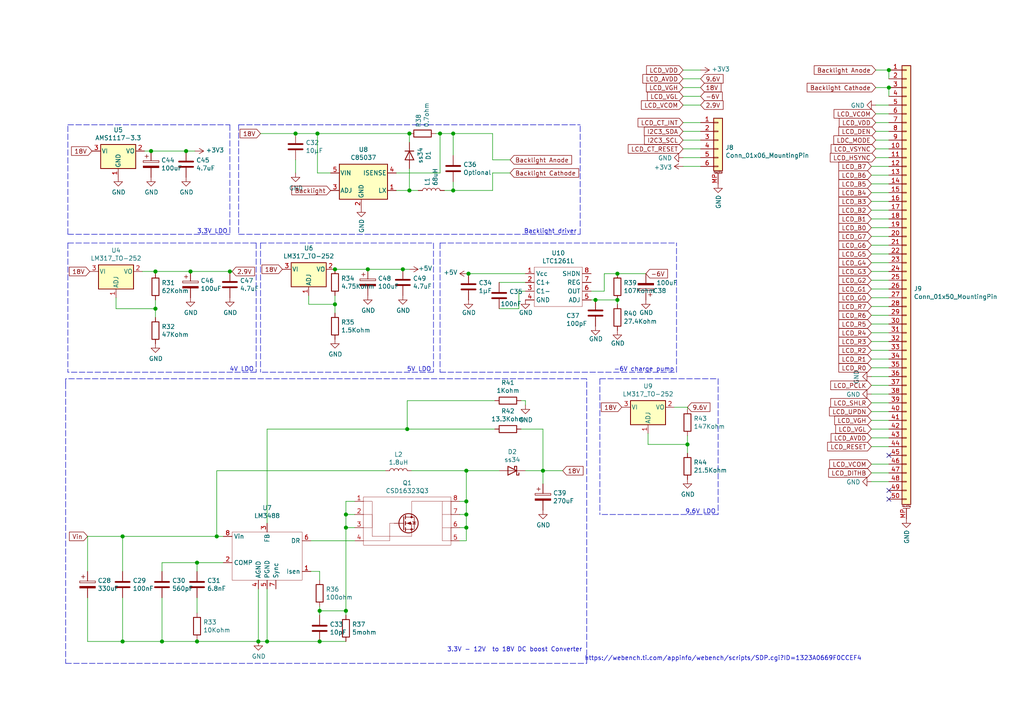
<source format=kicad_sch>
(kicad_sch (version 20210126) (generator eeschema)
  (paper "A4")
  (lib_symbols
    (symbol "01-Global-LIB:CSD16323Q3" (pin_names hide)
      (property "Reference" "Q" (at 0 11.43 0))
      (property "Value" "CSD16323Q3" (at -5.08 8.89 0))
      (symbol "CSD16323Q3_1_1"
        (pin passive line (at -15.24 6.35 0) (length 2.54) (name "S") (number "1"))
        (pin passive line (at 2.54 -5.08 90) (length 2.54) hide (name "S") (number "2"))
        (pin passive line (at 2.54 -5.08 90) (length 2.54) hide (name "S") (number "3"))
        (pin passive line (at -15.24 -5.08 0) (length 2.54) (name "G") (number "4"))
        (pin passive line (at 15.24 6.35 180) (length 2.54) (name "D") (number "8"))
        (pin passive line (at 15.24 2.54 180) (length 2.54) (name "D") (number "7"))
        (pin passive line (at 15.24 -1.27 180) (length 2.54) (name "D") (number "6"))
        (pin passive line (at 15.24 -5.08 180) (length 2.54) (name "D") (number "5"))
        (pin passive line (at -15.24 -1.27 0) (length 2.54) (name "G") (number "3"))
        (pin passive line (at -15.24 2.54 0) (length 2.54) (name "G") (number "2"))
      )
    )
    (symbol "01-Global-LIB:Conn_01x50_MountingPin" (pin_names (offset 1.016) hide)
      (property "Reference" "J" (at 0 50.8 0))
      (property "Value" "Conn_01x50_MountingPin" (at 1.27 -53.34 0))
      (symbol "Conn_01x50_MountingPin_1_1"
        (text "Mounting" (at 0 -78.232 0) (effects (font (size 0.381 0.381))))
        (pin passive line (at 0 -81.915 90) (length 3.048) (name "MountPin") (number "MP"))
        (pin passive line (at -5.08 48.26 0) (length 3.81) (name "Pin_1") (number "1"))
        (pin passive line (at -5.08 25.4 0) (length 3.81) (name "Pin_10") (number "10"))
        (pin passive line (at -5.08 22.86 0) (length 3.81) (name "Pin_11") (number "11"))
        (pin passive line (at -5.08 20.32 0) (length 3.81) (name "Pin_12") (number "12"))
        (pin passive line (at -5.08 17.78 0) (length 3.81) (name "Pin_13") (number "13"))
        (pin passive line (at -5.08 15.24 0) (length 3.81) (name "Pin_14") (number "14"))
        (pin passive line (at -5.08 12.7 0) (length 3.81) (name "Pin_15") (number "15"))
        (pin passive line (at -5.08 10.16 0) (length 3.81) (name "Pin_16") (number "16"))
        (pin passive line (at -5.08 7.62 0) (length 3.81) (name "Pin_17") (number "17"))
        (pin passive line (at -5.08 5.08 0) (length 3.81) (name "Pin_18") (number "18"))
        (pin passive line (at -5.08 2.54 0) (length 3.81) (name "Pin_19") (number "19"))
        (pin passive line (at -5.08 45.72 0) (length 3.81) (name "Pin_2") (number "2"))
        (pin passive line (at -5.08 0 0) (length 3.81) (name "Pin_20") (number "20"))
        (pin passive line (at -5.08 -2.54 0) (length 3.81) (name "Pin_21") (number "21"))
        (pin passive line (at -5.08 -5.08 0) (length 3.81) (name "Pin_22") (number "22"))
        (pin passive line (at -5.08 -7.62 0) (length 3.81) (name "Pin_23") (number "23"))
        (pin passive line (at -5.08 -10.16 0) (length 3.81) (name "Pin_24") (number "24"))
        (pin passive line (at -5.08 -12.7 0) (length 3.81) (name "Pin_25") (number "25"))
        (pin passive line (at -5.08 -15.24 0) (length 3.81) (name "Pin_26") (number "26"))
        (pin passive line (at -5.08 -17.78 0) (length 3.81) (name "Pin_27") (number "27"))
        (pin passive line (at -5.08 -20.32 0) (length 3.81) (name "Pin_28") (number "28"))
        (pin passive line (at -5.08 -22.86 0) (length 3.81) (name "Pin_29") (number "29"))
        (pin passive line (at -5.08 43.18 0) (length 3.81) (name "Pin_3") (number "3"))
        (pin passive line (at -5.08 -25.4 0) (length 3.81) (name "Pin_30") (number "30"))
        (pin passive line (at -5.08 -27.94 0) (length 3.81) (name "Pin_31") (number "31"))
        (pin passive line (at -5.08 -30.48 0) (length 3.81) (name "Pin_32") (number "32"))
        (pin passive line (at -5.08 -33.02 0) (length 3.81) (name "Pin_33") (number "33"))
        (pin passive line (at -5.08 -35.56 0) (length 3.81) (name "Pin_34") (number "34"))
        (pin passive line (at -5.08 -38.1 0) (length 3.81) (name "Pin_35") (number "35"))
        (pin passive line (at -5.08 -40.64 0) (length 3.81) (name "Pin_36") (number "36"))
        (pin passive line (at -5.08 -43.18 0) (length 3.81) (name "Pin_37") (number "37"))
        (pin passive line (at -5.08 -45.72 0) (length 3.81) (name "Pin_38") (number "38"))
        (pin passive line (at -5.08 -48.26 0) (length 3.81) (name "Pin_39") (number "39"))
        (pin passive line (at -5.08 40.64 0) (length 3.81) (name "Pin_4") (number "4"))
        (pin passive line (at -5.08 -50.8 0) (length 3.81) (name "Pin_40") (number "40"))
        (pin passive line (at -5.08 38.1 0) (length 3.81) (name "Pin_5") (number "5"))
        (pin passive line (at -5.08 35.56 0) (length 3.81) (name "Pin_6") (number "6"))
        (pin passive line (at -5.08 33.02 0) (length 3.81) (name "Pin_7") (number "7"))
        (pin passive line (at -5.08 30.48 0) (length 3.81) (name "Pin_8") (number "8"))
        (pin passive line (at -5.08 27.94 0) (length 3.81) (name "Pin_9") (number "9"))
        (pin passive line (at -5.08 -53.34 0) (length 3.81) (name "Pin_41") (number "41"))
        (pin passive line (at -5.08 -55.88 0) (length 3.81) (name "Pin_42") (number "42"))
        (pin passive line (at -5.08 -58.42 0) (length 3.81) (name "Pin_43") (number "43"))
        (pin passive line (at -5.08 -60.96 0) (length 3.81) (name "Pin_44") (number "44"))
        (pin passive line (at -5.08 -63.5 0) (length 3.81) (name "Pin_45") (number "45"))
        (pin passive line (at -5.08 -66.04 0) (length 3.81) (name "Pin_46") (number "46"))
        (pin passive line (at -5.08 -68.58 0) (length 3.81) (name "Pin_47") (number "47"))
        (pin passive line (at -5.08 -71.12 0) (length 3.81) (name "Pin_48") (number "48"))
        (pin passive line (at -5.08 -73.66 0) (length 3.81) (name "Pin_49") (number "49"))
        (pin passive line (at -5.08 -76.2 0) (length 3.81) (name "Pin_50") (number "50"))
      )
    )
    (symbol "01-Global-LIB:LM3488"
      (property "Reference" "U" (at 0 0 0))
      (property "Value" "LM3488" (at 0 2.54 0))
      (symbol "LM3488_1_1"
        (pin input line (at 12.7 -3.81 180) (length 2.54) (name "Isen") (number "1"))
        (pin input line (at -12.7 -1.27 0) (length 2.54) (name "COMP") (number "2"))
        (pin input line (at 0 10.16 270) (length 2.54) (name "FB") (number "3"))
        (pin input line (at -2.54 -8.89 90) (length 2.54) (name "AGND") (number "4"))
        (pin input line (at -12.7 6.35 0) (length 2.54) (name "Vin") (number "8"))
        (pin input line (at 2.54 -8.89 90) (length 2.54) (name "Sync") (number "7"))
        (pin input line (at 12.7 5.08 180) (length 2.54) (name "DR") (number "6"))
        (pin input line (at 0 -8.89 90) (length 2.54) (name "PGND") (number "5"))
      )
    )
    (symbol "01-Global-LIB:LTC1261L"
      (property "Reference" "IC" (at 0 -1.905 0))
      (property "Value" "LTC1261L" (at 0 4.445 0))
      (symbol "LTC1261L_1_1"
        (pin passive line (at 9.525 1.905 180) (length 2.54) (name "SHDN") (number "8"))
        (pin passive line (at 9.525 -0.635 180) (length 2.54) (name "REG") (number "7"))
        (pin passive line (at 9.525 -3.175 180) (length 2.54) (name "OUT") (number "6"))
        (pin passive line (at 9.525 -5.715 180) (length 2.54) (name "ADJ") (number "5"))
        (pin passive line (at -9.525 1.905 0) (length 2.54) (name "Vcc") (number "1"))
        (pin passive line (at -9.525 -0.635 0) (length 2.54) (name "C1+") (number "2"))
        (pin passive line (at -9.525 -3.175 0) (length 2.54) (name "C1-") (number "3"))
        (pin passive line (at -9.525 -5.715 0) (length 2.54) (name "GND") (number "4"))
      )
    )
    (symbol "Connector_Generic_MountingPin:Conn_01x06_MountingPin" (pin_names (offset 1.016) hide)
      (property "Reference" "J" (at 0 7.62 0))
      (property "Value" "Conn_01x06_MountingPin" (at 1.27 -10.16 0))
      (symbol "Conn_01x06_MountingPin_1_1"
        (text "Mounting" (at 0 -9.271 0) (effects (font (size 0.381 0.381))))
        (pin passive line (at 0 -12.7 90) (length 3.048) (name "MountPin") (number "MP"))
        (pin passive line (at -5.08 5.08 0) (length 3.81) (name "Pin_1") (number "1"))
        (pin passive line (at -5.08 2.54 0) (length 3.81) (name "Pin_2") (number "2"))
        (pin passive line (at -5.08 0 0) (length 3.81) (name "Pin_3") (number "3"))
        (pin passive line (at -5.08 -2.54 0) (length 3.81) (name "Pin_4") (number "4"))
        (pin passive line (at -5.08 -5.08 0) (length 3.81) (name "Pin_5") (number "5"))
        (pin passive line (at -5.08 -7.62 0) (length 3.81) (name "Pin_6") (number "6"))
      )
    )
    (symbol "Device:C" (pin_numbers hide) (pin_names (offset 0.254))
      (property "Reference" "C" (at 0.635 2.54 0))
      (property "Value" "C" (at 0.635 -2.54 0))
      (symbol "C_1_1"
        (pin passive line (at 0 3.81 270) (length 2.794) (name "~") (number "1"))
        (pin passive line (at 0 -3.81 90) (length 2.794) (name "~") (number "2"))
      )
    )
    (symbol "Device:CP" (pin_numbers hide) (pin_names (offset 0.254))
      (property "Reference" "C" (at 0.635 2.54 0))
      (property "Value" "CP" (at 0.635 -2.54 0))
      (symbol "CP_1_1"
        (pin passive line (at 0 3.81 270) (length 2.794) (name "~") (number "1"))
        (pin passive line (at 0 -3.81 90) (length 2.794) (name "~") (number "2"))
      )
    )
    (symbol "Device:D" (pin_numbers hide) (pin_names (offset 1.016) hide)
      (property "Reference" "D" (at 0 2.54 0))
      (property "Value" "D" (at 0 -2.54 0))
      (symbol "D_1_1"
        (pin passive line (at -3.81 0 0) (length 2.54) (name "K") (number "1"))
        (pin passive line (at 3.81 0 180) (length 2.54) (name "A") (number "2"))
      )
    )
    (symbol "Device:D_Schottky" (pin_numbers hide) (pin_names (offset 1.016) hide)
      (property "Reference" "D" (at 0 2.54 0))
      (property "Value" "D_Schottky" (at 0 -2.54 0))
      (symbol "D_Schottky_1_1"
        (pin passive line (at -3.81 0 0) (length 2.54) (name "K") (number "1"))
        (pin passive line (at 3.81 0 180) (length 2.54) (name "A") (number "2"))
      )
    )
    (symbol "Device:L" (pin_numbers hide) (pin_names (offset 1.016) hide)
      (property "Reference" "L" (at -1.27 0 90))
      (property "Value" "L" (at 1.905 0 90))
      (symbol "L_1_1"
        (pin passive line (at 0 3.81 270) (length 1.27) (name "1") (number "1"))
        (pin passive line (at 0 -3.81 90) (length 1.27) (name "2") (number "2"))
      )
    )
    (symbol "Device:R" (pin_numbers hide) (pin_names (offset 0))
      (property "Reference" "R" (at 2.032 0 90))
      (property "Value" "R" (at 0 0 90))
      (symbol "R_1_1"
        (pin passive line (at 0 3.81 270) (length 1.27) (name "~") (number "1"))
        (pin passive line (at 0 -3.81 90) (length 1.27) (name "~") (number "2"))
      )
    )
    (symbol "Driver_LED:IS31LT3360" (pin_names (offset 0.254))
      (property "Reference" "U" (at -5.08 8.89 0))
      (property "Value" "IS31LT3360" (at 5.08 8.89 0))
      (symbol "IS31LT3360_1_1"
        (pin open_collector line (at 10.16 0 180) (length 2.54) (name "LX") (number "1"))
        (pin power_in line (at 0 -5.08 90) (length 2.54) (name "GND") (number "2"))
        (pin input line (at -8.89 0 0) (length 2.54) (name "ADJ") (number "3"))
        (pin input line (at 10.16 5.08 180) (length 2.54) (name "ISENSE") (number "4"))
        (pin power_in line (at -8.89 5.08 0) (length 2.54) (name "VIN") (number "5"))
      )
    )
    (symbol "Regulator_Linear:AMS1117-3.3" (pin_names (offset 0.254))
      (property "Reference" "U" (at -3.81 3.175 0))
      (property "Value" "AMS1117-3.3" (at 0 3.175 0))
      (symbol "AMS1117-3.3_1_1"
        (pin power_in line (at 0 -7.62 90) (length 2.54) (name "GND") (number "1"))
        (pin power_out line (at 7.62 0 180) (length 2.54) (name "VO") (number "2"))
        (pin power_in line (at -7.62 0 0) (length 2.54) (name "VI") (number "3"))
      )
    )
    (symbol "Regulator_Linear:LM317_TO-252" (pin_names (offset 0.254))
      (property "Reference" "U" (at -3.81 3.175 0))
      (property "Value" "LM317_TO-252" (at 0 3.175 0))
      (symbol "LM317_TO-252_1_1"
        (pin input line (at 0 -7.62 90) (length 2.54) (name "ADJ") (number "1"))
        (pin power_out line (at 7.62 0 180) (length 2.54) (name "VO") (number "2"))
        (pin power_in line (at -7.62 0 0) (length 2.54) (name "VI") (number "3"))
      )
    )
    (symbol "power:+3V3" (power) (pin_names (offset 0))
      (property "Value" "+3V3" (at 0 3.556 0))
      (symbol "+3V3_1_1"
        (pin power_in line (at 0 0 90) (length 0) hide (name "+3V3") (number "1"))
      )
    )
    (symbol "power:+5V" (power) (pin_names (offset 0))
      (property "Value" "+5V" (at 0 3.556 0))
      (symbol "+5V_1_1"
        (pin power_in line (at 0 0 90) (length 0) hide (name "+5V") (number "1"))
      )
    )
    (symbol "power:GND" (power) (pin_names (offset 0))
      (property "Value" "GND" (at 0 -3.81 0))
      (symbol "GND_1_1"
        (pin power_in line (at 0 0 270) (length 0) hide (name "GND") (number "1"))
      )
    )
  )
  (junction (at 35.56 155.575) (diameter 1.016))
  (junction (at 35.56 186.055) (diameter 1.016))
  (junction (at 43.815 43.815) (diameter 1.016))
  (junction (at 45.085 78.74) (diameter 1.016))
  (junction (at 45.085 89.535) (diameter 1.016))
  (junction (at 46.99 186.055) (diameter 1.016))
  (junction (at 53.975 43.815) (diameter 1.016))
  (junction (at 55.245 78.74) (diameter 1.016))
  (junction (at 57.15 163.195) (diameter 1.016))
  (junction (at 57.15 186.055) (diameter 1.016))
  (junction (at 62.865 155.575) (diameter 1.016))
  (junction (at 66.675 78.74) (diameter 1.016))
  (junction (at 74.93 186.055) (diameter 1.016))
  (junction (at 77.47 186.055) (diameter 1.016))
  (junction (at 85.725 38.735) (diameter 1.016))
  (junction (at 92.075 38.735) (diameter 1.016))
  (junction (at 92.71 177.165) (diameter 1.016))
  (junction (at 92.71 186.055) (diameter 1.016))
  (junction (at 97.155 78.105) (diameter 1.016))
  (junction (at 97.155 88.265) (diameter 1.016))
  (junction (at 100.33 149.225) (diameter 1.016))
  (junction (at 100.33 153.035) (diameter 1.016))
  (junction (at 100.33 177.165) (diameter 1.016))
  (junction (at 106.68 78.105) (diameter 1.016))
  (junction (at 116.84 78.105) (diameter 1.016))
  (junction (at 118.11 124.46) (diameter 1.016))
  (junction (at 118.745 38.735) (diameter 1.016))
  (junction (at 118.745 55.245) (diameter 1.016))
  (junction (at 127.635 38.735) (diameter 1.016))
  (junction (at 131.445 38.735) (diameter 1.016))
  (junction (at 131.445 55.245) (diameter 1.016))
  (junction (at 135.255 136.525) (diameter 1.016))
  (junction (at 135.255 145.415) (diameter 1.016))
  (junction (at 135.255 149.225) (diameter 1.016))
  (junction (at 135.255 153.035) (diameter 1.016))
  (junction (at 135.89 79.375) (diameter 1.016))
  (junction (at 157.48 136.525) (diameter 1.016))
  (junction (at 172.72 86.995) (diameter 1.016))
  (junction (at 179.07 79.375) (diameter 1.016))
  (junction (at 179.07 86.995) (diameter 1.016))
  (junction (at 199.39 128.905) (diameter 1.016))
  (junction (at 257.81 20.32) (diameter 1.016))
  (junction (at 257.81 25.4) (diameter 1.016))
  (no_connect (at 257.81 132.08))
  (no_connect (at 257.81 142.24))
  (no_connect (at 257.81 144.78))
  (wire (pts (xy 25.4 155.575) (xy 25.4 165.735)))
  (wire (pts (xy 25.4 173.355) (xy 25.4 186.055)))
  (wire (pts (xy 25.4 186.055) (xy 35.56 186.055)))
  (wire (pts (xy 33.655 86.36) (xy 33.655 89.535)))
  (wire (pts (xy 33.655 89.535) (xy 45.085 89.535)))
  (wire (pts (xy 35.56 155.575) (xy 25.4 155.575)))
  (wire (pts (xy 35.56 155.575) (xy 35.56 165.735)))
  (wire (pts (xy 35.56 173.355) (xy 35.56 186.055)))
  (wire (pts (xy 35.56 186.055) (xy 46.99 186.055)))
  (wire (pts (xy 41.275 78.74) (xy 45.085 78.74)))
  (wire (pts (xy 41.91 43.815) (xy 43.815 43.815)))
  (wire (pts (xy 43.815 43.815) (xy 53.975 43.815)))
  (wire (pts (xy 45.085 78.74) (xy 55.245 78.74)))
  (wire (pts (xy 45.085 79.375) (xy 45.085 78.74)))
  (wire (pts (xy 45.085 89.535) (xy 45.085 86.995)))
  (wire (pts (xy 45.085 89.535) (xy 45.085 92.075)))
  (wire (pts (xy 46.99 163.195) (xy 46.99 165.735)))
  (wire (pts (xy 46.99 163.195) (xy 57.15 163.195)))
  (wire (pts (xy 46.99 173.355) (xy 46.99 186.055)))
  (wire (pts (xy 46.99 186.055) (xy 57.15 186.055)))
  (wire (pts (xy 53.975 43.815) (xy 56.515 43.815)))
  (wire (pts (xy 55.245 78.74) (xy 66.675 78.74)))
  (wire (pts (xy 57.15 163.195) (xy 57.15 165.735)))
  (wire (pts (xy 57.15 163.195) (xy 64.77 163.195)))
  (wire (pts (xy 57.15 173.355) (xy 57.15 177.8)))
  (wire (pts (xy 57.15 185.42) (xy 57.15 186.055)))
  (wire (pts (xy 57.15 186.055) (xy 74.93 186.055)))
  (wire (pts (xy 62.865 136.525) (xy 62.865 155.575)))
  (wire (pts (xy 62.865 155.575) (xy 35.56 155.575)))
  (wire (pts (xy 64.77 155.575) (xy 62.865 155.575)))
  (wire (pts (xy 66.675 78.74) (xy 67.31 78.74)))
  (wire (pts (xy 74.93 170.815) (xy 74.93 186.055)))
  (wire (pts (xy 74.93 186.055) (xy 77.47 186.055)))
  (wire (pts (xy 75.565 38.735) (xy 85.725 38.735)))
  (wire (pts (xy 77.47 124.46) (xy 77.47 151.765)))
  (wire (pts (xy 77.47 170.815) (xy 77.47 186.055)))
  (wire (pts (xy 77.47 186.055) (xy 92.71 186.055)))
  (wire (pts (xy 85.725 38.735) (xy 92.075 38.735)))
  (wire (pts (xy 85.725 46.355) (xy 85.725 50.165)))
  (wire (pts (xy 89.535 85.725) (xy 89.535 88.265)))
  (wire (pts (xy 89.535 88.265) (xy 97.155 88.265)))
  (wire (pts (xy 90.17 156.845) (xy 102.87 156.845)))
  (wire (pts (xy 90.17 165.735) (xy 92.71 165.735)))
  (wire (pts (xy 92.075 38.735) (xy 118.745 38.735)))
  (wire (pts (xy 92.075 50.165) (xy 92.075 38.735)))
  (wire (pts (xy 92.71 165.735) (xy 92.71 168.275)))
  (wire (pts (xy 92.71 175.895) (xy 92.71 177.165)))
  (wire (pts (xy 92.71 177.165) (xy 92.71 178.435)))
  (wire (pts (xy 92.71 186.055) (xy 100.33 186.055)))
  (wire (pts (xy 95.885 50.165) (xy 92.075 50.165)))
  (wire (pts (xy 97.155 78.105) (xy 106.68 78.105)))
  (wire (pts (xy 97.155 88.265) (xy 97.155 85.725)))
  (wire (pts (xy 97.155 88.265) (xy 97.155 90.805)))
  (wire (pts (xy 100.33 145.415) (xy 102.87 145.415)))
  (wire (pts (xy 100.33 149.225) (xy 100.33 145.415)))
  (wire (pts (xy 100.33 149.225) (xy 102.87 149.225)))
  (wire (pts (xy 100.33 153.035) (xy 100.33 149.225)))
  (wire (pts (xy 100.33 153.035) (xy 102.87 153.035)))
  (wire (pts (xy 100.33 177.165) (xy 92.71 177.165)))
  (wire (pts (xy 100.33 177.165) (xy 100.33 153.035)))
  (wire (pts (xy 100.33 178.435) (xy 100.33 177.165)))
  (wire (pts (xy 106.68 78.105) (xy 116.84 78.105)))
  (wire (pts (xy 111.76 136.525) (xy 62.865 136.525)))
  (wire (pts (xy 114.935 50.165) (xy 127.635 50.165)))
  (wire (pts (xy 114.935 55.245) (xy 118.745 55.245)))
  (wire (pts (xy 116.84 78.105) (xy 118.745 78.105)))
  (wire (pts (xy 118.11 116.205) (xy 118.11 124.46)))
  (wire (pts (xy 118.11 124.46) (xy 77.47 124.46)))
  (wire (pts (xy 118.745 41.275) (xy 118.745 38.735)))
  (wire (pts (xy 118.745 48.895) (xy 118.745 55.245)))
  (wire (pts (xy 118.745 55.245) (xy 121.285 55.245)))
  (wire (pts (xy 119.38 136.525) (xy 135.255 136.525)))
  (wire (pts (xy 127.635 38.735) (xy 126.365 38.735)))
  (wire (pts (xy 127.635 38.735) (xy 127.635 50.165)))
  (wire (pts (xy 128.905 55.245) (xy 131.445 55.245)))
  (wire (pts (xy 131.445 38.735) (xy 127.635 38.735)))
  (wire (pts (xy 131.445 38.735) (xy 131.445 45.085)))
  (wire (pts (xy 131.445 55.245) (xy 131.445 52.705)))
  (wire (pts (xy 131.445 55.245) (xy 142.875 55.245)))
  (wire (pts (xy 133.35 145.415) (xy 135.255 145.415)))
  (wire (pts (xy 133.35 149.225) (xy 135.255 149.225)))
  (wire (pts (xy 133.35 153.035) (xy 135.255 153.035)))
  (wire (pts (xy 135.255 136.525) (xy 135.255 145.415)))
  (wire (pts (xy 135.255 136.525) (xy 144.78 136.525)))
  (wire (pts (xy 135.255 145.415) (xy 135.255 149.225)))
  (wire (pts (xy 135.255 149.225) (xy 135.255 153.035)))
  (wire (pts (xy 135.255 153.035) (xy 135.255 156.845)))
  (wire (pts (xy 135.255 156.845) (xy 133.35 156.845)))
  (wire (pts (xy 135.89 79.375) (xy 152.4 79.375)))
  (wire (pts (xy 142.875 38.735) (xy 131.445 38.735)))
  (wire (pts (xy 142.875 46.355) (xy 142.875 38.735)))
  (wire (pts (xy 142.875 50.165) (xy 147.955 50.165)))
  (wire (pts (xy 142.875 55.245) (xy 142.875 50.165)))
  (wire (pts (xy 143.51 116.205) (xy 118.11 116.205)))
  (wire (pts (xy 143.51 124.46) (xy 118.11 124.46)))
  (wire (pts (xy 144.78 81.915) (xy 152.4 81.915)))
  (wire (pts (xy 147.955 46.355) (xy 142.875 46.355)))
  (wire (pts (xy 150.495 84.455) (xy 150.495 89.535)))
  (wire (pts (xy 150.495 89.535) (xy 144.78 89.535)))
  (wire (pts (xy 151.13 116.205) (xy 152.4 116.205)))
  (wire (pts (xy 151.13 124.46) (xy 157.48 124.46)))
  (wire (pts (xy 152.4 84.455) (xy 150.495 84.455)))
  (wire (pts (xy 152.4 116.205) (xy 152.4 117.475)))
  (wire (pts (xy 152.4 136.525) (xy 157.48 136.525)))
  (wire (pts (xy 157.48 124.46) (xy 157.48 136.525)))
  (wire (pts (xy 157.48 136.525) (xy 157.48 140.335)))
  (wire (pts (xy 157.48 136.525) (xy 163.195 136.525)))
  (wire (pts (xy 171.45 84.455) (xy 175.26 84.455)))
  (wire (pts (xy 171.45 86.995) (xy 172.72 86.995)))
  (wire (pts (xy 172.72 86.995) (xy 179.07 86.995)))
  (wire (pts (xy 175.26 79.375) (xy 179.07 79.375)))
  (wire (pts (xy 175.26 84.455) (xy 175.26 79.375)))
  (wire (pts (xy 179.07 79.375) (xy 187.325 79.375)))
  (wire (pts (xy 179.07 86.995) (xy 179.07 88.265)))
  (wire (pts (xy 187.96 125.73) (xy 187.96 128.905)))
  (wire (pts (xy 187.96 128.905) (xy 199.39 128.905)))
  (wire (pts (xy 195.58 118.11) (xy 199.39 118.11)))
  (wire (pts (xy 198.12 20.32) (xy 203.2 20.32)))
  (wire (pts (xy 198.12 22.86) (xy 203.2 22.86)))
  (wire (pts (xy 198.12 25.4) (xy 203.2 25.4)))
  (wire (pts (xy 198.12 27.94) (xy 203.2 27.94)))
  (wire (pts (xy 198.12 30.48) (xy 203.2 30.48)))
  (wire (pts (xy 198.12 35.56) (xy 203.2 35.56)))
  (wire (pts (xy 198.12 38.1) (xy 203.2 38.1)))
  (wire (pts (xy 198.12 40.64) (xy 203.2 40.64)))
  (wire (pts (xy 198.12 43.18) (xy 203.2 43.18)))
  (wire (pts (xy 198.12 45.72) (xy 203.2 45.72)))
  (wire (pts (xy 198.12 48.26) (xy 203.2 48.26)))
  (wire (pts (xy 199.39 118.745) (xy 199.39 118.11)))
  (wire (pts (xy 199.39 128.905) (xy 199.39 126.365)))
  (wire (pts (xy 199.39 128.905) (xy 199.39 131.445)))
  (wire (pts (xy 252.73 48.26) (xy 257.81 48.26)))
  (wire (pts (xy 252.73 50.8) (xy 257.81 50.8)))
  (wire (pts (xy 252.73 53.34) (xy 257.81 53.34)))
  (wire (pts (xy 252.73 55.88) (xy 257.81 55.88)))
  (wire (pts (xy 252.73 58.42) (xy 257.81 58.42)))
  (wire (pts (xy 252.73 60.96) (xy 257.81 60.96)))
  (wire (pts (xy 252.73 63.5) (xy 257.81 63.5)))
  (wire (pts (xy 252.73 66.04) (xy 257.81 66.04)))
  (wire (pts (xy 252.73 68.58) (xy 257.81 68.58)))
  (wire (pts (xy 252.73 71.12) (xy 257.81 71.12)))
  (wire (pts (xy 252.73 73.66) (xy 257.81 73.66)))
  (wire (pts (xy 252.73 76.2) (xy 257.81 76.2)))
  (wire (pts (xy 252.73 78.74) (xy 257.81 78.74)))
  (wire (pts (xy 252.73 81.28) (xy 257.81 81.28)))
  (wire (pts (xy 252.73 83.82) (xy 257.81 83.82)))
  (wire (pts (xy 252.73 86.36) (xy 257.81 86.36)))
  (wire (pts (xy 252.73 88.9) (xy 257.81 88.9)))
  (wire (pts (xy 252.73 91.44) (xy 257.81 91.44)))
  (wire (pts (xy 252.73 93.98) (xy 257.81 93.98)))
  (wire (pts (xy 252.73 96.52) (xy 257.81 96.52)))
  (wire (pts (xy 252.73 99.06) (xy 257.81 99.06)))
  (wire (pts (xy 252.73 101.6) (xy 257.81 101.6)))
  (wire (pts (xy 252.73 104.14) (xy 257.81 104.14)))
  (wire (pts (xy 252.73 106.68) (xy 257.81 106.68)))
  (wire (pts (xy 252.73 109.22) (xy 257.81 109.22)))
  (wire (pts (xy 252.73 111.76) (xy 257.81 111.76)))
  (wire (pts (xy 252.73 114.3) (xy 257.81 114.3)))
  (wire (pts (xy 252.73 116.84) (xy 257.81 116.84)))
  (wire (pts (xy 252.73 119.38) (xy 257.81 119.38)))
  (wire (pts (xy 252.73 121.92) (xy 257.81 121.92)))
  (wire (pts (xy 252.73 124.46) (xy 257.81 124.46)))
  (wire (pts (xy 252.73 127) (xy 257.81 127)))
  (wire (pts (xy 252.73 129.54) (xy 257.81 129.54)))
  (wire (pts (xy 252.73 134.62) (xy 257.81 134.62)))
  (wire (pts (xy 252.73 137.16) (xy 257.81 137.16)))
  (wire (pts (xy 252.73 139.7) (xy 257.81 139.7)))
  (wire (pts (xy 254 20.32) (xy 257.81 20.32)))
  (wire (pts (xy 254 25.4) (xy 257.81 25.4)))
  (wire (pts (xy 254 30.48) (xy 257.81 30.48)))
  (wire (pts (xy 254 33.02) (xy 257.81 33.02)))
  (wire (pts (xy 254 35.56) (xy 257.81 35.56)))
  (wire (pts (xy 254 38.1) (xy 257.81 38.1)))
  (wire (pts (xy 254 40.64) (xy 257.81 40.64)))
  (wire (pts (xy 254 43.18) (xy 257.81 43.18)))
  (wire (pts (xy 254 45.72) (xy 257.81 45.72)))
  (wire (pts (xy 257.81 20.32) (xy 257.81 22.86)))
  (wire (pts (xy 257.81 25.4) (xy 257.81 27.94)))
  (polyline (pts (xy 19.05 109.855) (xy 19.05 111.125)) (stroke (width 0) (type dash)))
  (polyline (pts (xy 19.05 111.125) (xy 19.05 192.405)) (stroke (width 0) (type dash)))
  (polyline (pts (xy 19.05 192.405) (xy 170.18 192.405)) (stroke (width 0) (type dash)))
  (polyline (pts (xy 19.685 36.195) (xy 66.675 36.195)) (stroke (width 0) (type dash)))
  (polyline (pts (xy 19.685 67.945) (xy 19.685 36.195)) (stroke (width 0) (type dash)))
  (polyline (pts (xy 19.685 67.945) (xy 66.675 67.945)) (stroke (width 0) (type dash)))
  (polyline (pts (xy 19.685 70.485) (xy 19.685 107.95)) (stroke (width 0) (type dash)))
  (polyline (pts (xy 19.685 70.485) (xy 52.07 70.485)) (stroke (width 0) (type dash)))
  (polyline (pts (xy 52.07 70.485) (xy 74.295 70.485)) (stroke (width 0) (type dash)))
  (polyline (pts (xy 52.07 107.95) (xy 19.685 107.95)) (stroke (width 0) (type dash)))
  (polyline (pts (xy 52.07 107.95) (xy 74.295 107.95)) (stroke (width 0) (type dash)))
  (polyline (pts (xy 66.675 36.195) (xy 66.675 67.945)) (stroke (width 0) (type dash)))
  (polyline (pts (xy 69.215 36.195) (xy 69.215 67.945)) (stroke (width 0) (type dash)))
  (polyline (pts (xy 69.215 36.195) (xy 168.275 36.195)) (stroke (width 0) (type dash)))
  (polyline (pts (xy 69.215 67.945) (xy 168.275 67.945)) (stroke (width 0) (type dash)))
  (polyline (pts (xy 74.295 70.485) (xy 74.295 107.95)) (stroke (width 0) (type dash)))
  (polyline (pts (xy 75.565 70.485) (xy 75.565 107.95)) (stroke (width 0) (type dash)))
  (polyline (pts (xy 75.565 70.485) (xy 125.73 70.485)) (stroke (width 0) (type dash)))
  (polyline (pts (xy 125.73 70.485) (xy 125.73 107.95)) (stroke (width 0) (type dash)))
  (polyline (pts (xy 125.73 107.95) (xy 75.565 107.95)) (stroke (width 0) (type dash)))
  (polyline (pts (xy 127.635 70.485) (xy 127.635 107.95)) (stroke (width 0) (type dash)))
  (polyline (pts (xy 127.635 70.485) (xy 196.215 70.485)) (stroke (width 0) (type dash)))
  (polyline (pts (xy 127.635 107.95) (xy 196.215 107.95)) (stroke (width 0) (type dash)))
  (polyline (pts (xy 168.275 67.945) (xy 168.275 36.195)) (stroke (width 0) (type dash)))
  (polyline (pts (xy 170.18 109.855) (xy 19.05 109.855)) (stroke (width 0) (type dash)))
  (polyline (pts (xy 170.18 192.405) (xy 170.18 109.855)) (stroke (width 0) (type dash)))
  (polyline (pts (xy 173.99 109.855) (xy 173.99 149.225)) (stroke (width 0) (type dash)))
  (polyline (pts (xy 173.99 109.855) (xy 208.28 109.855)) (stroke (width 0) (type dash)))
  (polyline (pts (xy 196.215 107.95) (xy 196.215 70.485)) (stroke (width 0) (type dash)))
  (polyline (pts (xy 208.28 109.855) (xy 208.28 149.225)) (stroke (width 0) (type dash)))
  (polyline (pts (xy 208.28 149.225) (xy 173.99 149.225)) (stroke (width 0) (type dash)))
  (text "3.3V LDO\n" (at 66.04 67.945 180) (effects (font (size 1.27 1.27)) (justify right bottom)))
  (text "4V LDO\n" (at 73.66 107.95 180) (effects (font (size 1.27 1.27)) (justify right bottom)))
  (text "5V LDO\n" (at 125.095 107.95 180) (effects (font (size 1.27 1.27)) (justify right bottom)))
  (text "Backlight driver \n" (at 168.275 67.945 180) (effects (font (size 1.27 1.27)) (justify right bottom)))
  (text "3.3V - 12V  to 18V DC boost Converter\n" (at 168.91 189.23 180) (effects (font (size 1.27 1.27)) (justify right bottom)))
  (text "https://webench.ti.com/appinfo/webench/scripts/SDP.cgi?ID=1323A0669F0CCEF4" (at 169.545 191.77 0) (effects (font (size 1.27 1.27)) (justify left bottom)))
  (text "-6V charge pump\n" (at 195.58 107.95 180) (effects (font (size 1.27 1.27)) (justify right bottom)))
  (text "9.6V LDO\n" (at 207.645 149.225 180) (effects (font (size 1.27 1.27)) (justify right bottom)))
  (global_label "Vin" (shape input) (at 25.4 155.575 180) (property "Intersheet References" "${INTERSHEET_REFS}" (effects hide)))
  (global_label "18V" (shape input) (at 26.035 78.74 180) (property "Intersheet References" "${INTERSHEET_REFS}" (effects hide)))
  (global_label "18V" (shape input) (at 26.67 43.815 180) (property "Intersheet References" "${INTERSHEET_REFS}" (effects hide)))
  (global_label "2.9V" (shape input) (at 67.31 78.74 0) (property "Intersheet References" "${INTERSHEET_REFS}" (effects hide)))
  (global_label "18V" (shape input) (at 75.565 38.735 180) (property "Intersheet References" "${INTERSHEET_REFS}" (effects hide)))
  (global_label "18V" (shape input) (at 81.915 78.105 180) (property "Intersheet References" "${INTERSHEET_REFS}" (effects hide)))
  (global_label "Backlight" (shape input) (at 95.885 55.245 180) (property "Intersheet References" "${INTERSHEET_REFS}" (effects hide)))
  (global_label "Backlight Anode" (shape input) (at 147.955 46.355 0) (property "Intersheet References" "${INTERSHEET_REFS}" (effects hide)))
  (global_label "Backlight Cathode" (shape input) (at 147.955 50.165 0) (property "Intersheet References" "${INTERSHEET_REFS}" (effects hide)))
  (global_label "18V" (shape input) (at 163.195 136.525 0) (property "Intersheet References" "${INTERSHEET_REFS}" (effects hide)))
  (global_label "18V" (shape input) (at 180.34 118.11 180) (property "Intersheet References" "${INTERSHEET_REFS}" (effects hide)))
  (global_label "-6V" (shape input) (at 187.325 79.375 0) (property "Intersheet References" "${INTERSHEET_REFS}" (effects hide)))
  (global_label "LCD_VDD" (shape input) (at 198.12 20.32 180) (property "Intersheet References" "${INTERSHEET_REFS}" (effects hide)))
  (global_label "LCD_AVDD" (shape input) (at 198.12 22.86 180) (property "Intersheet References" "${INTERSHEET_REFS}" (effects hide)))
  (global_label "LCD_VGH" (shape input) (at 198.12 25.4 180) (property "Intersheet References" "${INTERSHEET_REFS}" (effects hide)))
  (global_label "LCD_VGL" (shape input) (at 198.12 27.94 180) (property "Intersheet References" "${INTERSHEET_REFS}" (effects hide)))
  (global_label "LCD_VCOM" (shape input) (at 198.12 30.48 180) (property "Intersheet References" "${INTERSHEET_REFS}" (effects hide)))
  (global_label "LCD_CT_INT" (shape input) (at 198.12 35.56 180) (property "Intersheet References" "${INTERSHEET_REFS}" (effects hide)))
  (global_label "I2C3_SDA" (shape input) (at 198.12 38.1 180) (property "Intersheet References" "${INTERSHEET_REFS}" (effects hide)))
  (global_label "I2C3_SCL" (shape input) (at 198.12 40.64 180) (property "Intersheet References" "${INTERSHEET_REFS}" (effects hide)))
  (global_label "LCD_CT_RESET" (shape input) (at 198.12 43.18 180) (property "Intersheet References" "${INTERSHEET_REFS}" (effects hide)))
  (global_label "9.6V" (shape input) (at 199.39 118.11 0) (property "Intersheet References" "${INTERSHEET_REFS}" (effects hide)))
  (global_label "9.6V" (shape input) (at 203.2 22.86 0) (property "Intersheet References" "${INTERSHEET_REFS}" (effects hide)))
  (global_label "18V" (shape input) (at 203.2 25.4 0) (property "Intersheet References" "${INTERSHEET_REFS}" (effects hide)))
  (global_label "-6V" (shape input) (at 203.2 27.94 0) (property "Intersheet References" "${INTERSHEET_REFS}" (effects hide)))
  (global_label "2.9V" (shape input) (at 203.2 30.48 0) (property "Intersheet References" "${INTERSHEET_REFS}" (effects hide)))
  (global_label "LCD_B7" (shape input) (at 252.73 48.26 180) (property "Intersheet References" "${INTERSHEET_REFS}" (effects hide)))
  (global_label "LCD_B6" (shape input) (at 252.73 50.8 180) (property "Intersheet References" "${INTERSHEET_REFS}" (effects hide)))
  (global_label "LCD_B5" (shape input) (at 252.73 53.34 180) (property "Intersheet References" "${INTERSHEET_REFS}" (effects hide)))
  (global_label "LCD_B4" (shape input) (at 252.73 55.88 180) (property "Intersheet References" "${INTERSHEET_REFS}" (effects hide)))
  (global_label "LCD_B3" (shape input) (at 252.73 58.42 180) (property "Intersheet References" "${INTERSHEET_REFS}" (effects hide)))
  (global_label "LCD_B2" (shape input) (at 252.73 60.96 180) (property "Intersheet References" "${INTERSHEET_REFS}" (effects hide)))
  (global_label "LCD_B1" (shape input) (at 252.73 63.5 180) (property "Intersheet References" "${INTERSHEET_REFS}" (effects hide)))
  (global_label "LCD_B0" (shape input) (at 252.73 66.04 180) (property "Intersheet References" "${INTERSHEET_REFS}" (effects hide)))
  (global_label "LCD_G7" (shape input) (at 252.73 68.58 180) (property "Intersheet References" "${INTERSHEET_REFS}" (effects hide)))
  (global_label "LCD_G6" (shape input) (at 252.73 71.12 180) (property "Intersheet References" "${INTERSHEET_REFS}" (effects hide)))
  (global_label "LCD_G5" (shape input) (at 252.73 73.66 180) (property "Intersheet References" "${INTERSHEET_REFS}" (effects hide)))
  (global_label "LCD_G4" (shape input) (at 252.73 76.2 180) (property "Intersheet References" "${INTERSHEET_REFS}" (effects hide)))
  (global_label "LCD_G3" (shape input) (at 252.73 78.74 180) (property "Intersheet References" "${INTERSHEET_REFS}" (effects hide)))
  (global_label "LCD_G2" (shape input) (at 252.73 81.28 180) (property "Intersheet References" "${INTERSHEET_REFS}" (effects hide)))
  (global_label "LCD_G1" (shape input) (at 252.73 83.82 180) (property "Intersheet References" "${INTERSHEET_REFS}" (effects hide)))
  (global_label "LCD_G0" (shape input) (at 252.73 86.36 180) (property "Intersheet References" "${INTERSHEET_REFS}" (effects hide)))
  (global_label "LCD_R7" (shape input) (at 252.73 88.9 180) (property "Intersheet References" "${INTERSHEET_REFS}" (effects hide)))
  (global_label "LCD_R6" (shape input) (at 252.73 91.44 180) (property "Intersheet References" "${INTERSHEET_REFS}" (effects hide)))
  (global_label "LCD_R5" (shape input) (at 252.73 93.98 180) (property "Intersheet References" "${INTERSHEET_REFS}" (effects hide)))
  (global_label "LCD_R4" (shape input) (at 252.73 96.52 180) (property "Intersheet References" "${INTERSHEET_REFS}" (effects hide)))
  (global_label "LCD_R3" (shape input) (at 252.73 99.06 180) (property "Intersheet References" "${INTERSHEET_REFS}" (effects hide)))
  (global_label "LCD_R2" (shape input) (at 252.73 101.6 180) (property "Intersheet References" "${INTERSHEET_REFS}" (effects hide)))
  (global_label "LCD_R1" (shape input) (at 252.73 104.14 180) (property "Intersheet References" "${INTERSHEET_REFS}" (effects hide)))
  (global_label "LCD_R0" (shape input) (at 252.73 106.68 180) (property "Intersheet References" "${INTERSHEET_REFS}" (effects hide)))
  (global_label "LCD_PCLK" (shape input) (at 252.73 111.76 180) (property "Intersheet References" "${INTERSHEET_REFS}" (effects hide)))
  (global_label "LCD_SHLR" (shape input) (at 252.73 116.84 180) (property "Intersheet References" "${INTERSHEET_REFS}" (effects hide)))
  (global_label "LCD_UPDN" (shape input) (at 252.73 119.38 180) (property "Intersheet References" "${INTERSHEET_REFS}" (effects hide)))
  (global_label "LCD_VGH" (shape input) (at 252.73 121.92 180) (property "Intersheet References" "${INTERSHEET_REFS}" (effects hide)))
  (global_label "LCD_VGL" (shape input) (at 252.73 124.46 180) (property "Intersheet References" "${INTERSHEET_REFS}" (effects hide)))
  (global_label "LCD_AVDD" (shape input) (at 252.73 127 180) (property "Intersheet References" "${INTERSHEET_REFS}" (effects hide)))
  (global_label "LCD_RESET" (shape input) (at 252.73 129.54 180) (property "Intersheet References" "${INTERSHEET_REFS}" (effects hide)))
  (global_label "LCD_VCOM" (shape input) (at 252.73 134.62 180) (property "Intersheet References" "${INTERSHEET_REFS}" (effects hide)))
  (global_label "LCD_DITHB" (shape input) (at 252.73 137.16 180) (property "Intersheet References" "${INTERSHEET_REFS}" (effects hide)))
  (global_label "Backlight Anode" (shape input) (at 254 20.32 180) (property "Intersheet References" "${INTERSHEET_REFS}" (effects hide)))
  (global_label "Backlight Cathode" (shape input) (at 254 25.4 180) (property "Intersheet References" "${INTERSHEET_REFS}" (effects hide)))
  (global_label "LCD_VCOM" (shape input) (at 254 33.02 180) (property "Intersheet References" "${INTERSHEET_REFS}" (effects hide)))
  (global_label "LCD_VDD" (shape input) (at 254 35.56 180) (property "Intersheet References" "${INTERSHEET_REFS}" (effects hide)))
  (global_label "LCD_DEN" (shape input) (at 254 38.1 180) (property "Intersheet References" "${INTERSHEET_REFS}" (effects hide)))
  (global_label "LDC_MODE" (shape input) (at 254 40.64 180) (property "Intersheet References" "${INTERSHEET_REFS}" (effects hide)))
  (global_label "LCD_VSYNC" (shape input) (at 254 43.18 180) (property "Intersheet References" "${INTERSHEET_REFS}" (effects hide)))
  (global_label "LCD_HSYNC" (shape input) (at 254 45.72 180) (property "Intersheet References" "${INTERSHEET_REFS}" (effects hide)))
  (symbol (lib_id "power:+3V3") (at 56.515 43.815 270) (unit 1)
    (property "Reference" "#PWR0103" (effects hide))
    (property "Value" "+3V3" (at 59.6901 43.5483 90) (effects (justify left)))
  )
  (symbol (lib_id "power:+5V") (at 118.745 78.105 270) (unit 1)
    (property "Reference" "#PWR0108" (effects hide))
    (property "Value" "+5V" (at 121.2851 77.8383 90) (effects (justify left)))
  )
  (symbol (lib_id "power:+5V") (at 135.89 79.375 90) (unit 1)
    (property "Reference" "#PWR0110" (effects hide))
    (property "Value" "+5V" (at 132.7149 79.0067 90) (effects (justify left)))
  )
  (symbol (lib_id "power:+3V3") (at 198.12 48.26 90) (unit 1)
    (property "Reference" "#PWR0119" (effects hide))
    (property "Value" "+3V3" (at 194.9449 48.5267 90) (effects (justify left)))
  )
  (symbol (lib_id "power:+3V3") (at 203.2 20.32 270) (unit 1)
    (property "Reference" "#PWR0121" (effects hide))
    (property "Value" "+3V3" (at 206.3751 20.0533 90) (effects (justify left)))
  )
  (symbol (lib_id "Device:L") (at 115.57 136.525 90) (unit 1)
    (property "Reference" "L2" (at 115.57 131.8068 90))
    (property "Value" "1.8uH" (at 115.57 134.105 90))
    (property "Footprint" "Inductor_SMD:L_6.3x6.3_H3" (effects hide))
    (property "LCSC" "C326333" (effects hide))
  )
  (symbol (lib_id "Device:L") (at 125.095 55.245 90) (unit 1)
    (property "Reference" "L1" (at 123.9266 53.8988 0) (effects (justify left)))
    (property "Value" "68uH" (at 126.238 53.899 0) (effects (justify left)))
    (property "Footprint" "Inductor_SMD:L_Bourns-SRN8040_8x8.15mm" (effects hide))
    (property "Partnr" "SMNR8040-680MT" (effects hide))
    (property "LCSC" "C266439" (effects hide))
  )
  (symbol (lib_id "power:GND") (at 34.29 51.435 0) (unit 1)
    (property "Reference" "#PWR0102" (effects hide))
    (property "Value" "GND" (at 34.4043 55.7594 0))
  )
  (symbol (lib_id "power:GND") (at 43.815 51.435 0) (unit 1)
    (property "Reference" "#PWR0130" (effects hide))
    (property "Value" "GND" (at 43.9293 55.7594 0))
  )
  (symbol (lib_id "power:GND") (at 45.085 99.695 0) (unit 1)
    (property "Reference" "#PWR0104" (effects hide))
    (property "Value" "GND" (at 45.1993 104.0194 0))
  )
  (symbol (lib_id "power:GND") (at 53.975 51.435 0) (unit 1)
    (property "Reference" "#PWR0131" (effects hide))
    (property "Value" "GND" (at 54.0893 55.7594 0))
  )
  (symbol (lib_id "power:GND") (at 55.245 86.36 0) (unit 1)
    (property "Reference" "#PWR0132" (effects hide))
    (property "Value" "GND" (at 55.3593 90.6844 0))
  )
  (symbol (lib_id "power:GND") (at 66.675 86.36 0) (unit 1)
    (property "Reference" "#PWR0133" (effects hide))
    (property "Value" "GND" (at 66.7893 90.6844 0))
  )
  (symbol (lib_id "power:GND") (at 74.93 186.055 0) (unit 1)
    (property "Reference" "#PWR0107" (effects hide))
    (property "Value" "GND" (at 75.0443 190.3794 0))
  )
  (symbol (lib_id "power:GND") (at 85.725 50.165 0) (unit 1)
    (property "Reference" "#PWR0105" (effects hide))
    (property "Value" "GND" (at 85.852 54.5592 0))
  )
  (symbol (lib_id "power:GND") (at 97.155 98.425 0) (unit 1)
    (property "Reference" "#PWR0106" (effects hide))
    (property "Value" "GND" (at 97.2693 102.7494 0))
  )
  (symbol (lib_id "power:GND") (at 104.775 60.325 0) (unit 1)
    (property "Reference" "#PWR0109" (effects hide))
    (property "Value" "GND" (at 104.8893 63.5 90) (effects (justify right)))
  )
  (symbol (lib_id "power:GND") (at 106.68 85.725 0) (unit 1)
    (property "Reference" "#PWR0134" (effects hide))
    (property "Value" "GND" (at 106.7943 90.0494 0))
  )
  (symbol (lib_id "power:GND") (at 116.84 85.725 0) (unit 1)
    (property "Reference" "#PWR0135" (effects hide))
    (property "Value" "GND" (at 116.9543 90.0494 0))
  )
  (symbol (lib_id "power:GND") (at 135.89 86.995 0) (unit 1)
    (property "Reference" "#PWR0111" (effects hide))
    (property "Value" "GND" (at 136.0043 90.6844 0))
  )
  (symbol (lib_id "power:GND") (at 152.4 86.995 0) (unit 1)
    (property "Reference" "#PWR0112" (effects hide))
    (property "Value" "GND" (at 152.5143 90.6844 0))
  )
  (symbol (lib_id "power:GND") (at 152.4 117.475 0) (unit 1)
    (property "Reference" "#PWR0116" (effects hide))
    (property "Value" "GND" (at 152.5143 121.7994 0))
  )
  (symbol (lib_id "power:GND") (at 157.48 147.955 0) (unit 1)
    (property "Reference" "#PWR0117" (effects hide))
    (property "Value" "GND" (at 157.5943 152.2794 0))
  )
  (symbol (lib_id "power:GND") (at 172.72 94.615 0) (unit 1)
    (property "Reference" "#PWR0113" (effects hide))
    (property "Value" "GND" (at 172.8343 98.3044 0))
  )
  (symbol (lib_id "power:GND") (at 179.07 95.885 0) (unit 1)
    (property "Reference" "#PWR0114" (effects hide))
    (property "Value" "GND" (at 179.1843 99.5744 0))
  )
  (symbol (lib_id "power:GND") (at 187.325 86.995 0) (unit 1)
    (property "Reference" "#PWR0115" (effects hide))
    (property "Value" "GND" (at 187.4393 90.6844 0))
  )
  (symbol (lib_id "power:GND") (at 198.12 45.72 270) (unit 1)
    (property "Reference" "#PWR0118" (effects hide))
    (property "Value" "GND" (at 194.945 45.8343 90) (effects (justify right)))
  )
  (symbol (lib_id "power:GND") (at 199.39 139.065 0) (unit 1)
    (property "Reference" "#PWR0120" (effects hide))
    (property "Value" "GND" (at 199.5043 143.3894 0))
  )
  (symbol (lib_id "power:GND") (at 208.28 53.34 0) (unit 1)
    (property "Reference" "#PWR0122" (effects hide))
    (property "Value" "GND" (at 208.3943 56.515 90) (effects (justify right)))
  )
  (symbol (lib_id "power:GND") (at 252.73 109.22 270) (unit 1)
    (property "Reference" "#PWR0123" (effects hide))
    (property "Value" "GND" (at 248.4056 109.3343 0))
  )
  (symbol (lib_id "power:GND") (at 252.73 114.3 270) (unit 1)
    (property "Reference" "#PWR0124" (effects hide))
    (property "Value" "GND" (at 249.555 114.4143 90) (effects (justify right)))
  )
  (symbol (lib_id "power:GND") (at 252.73 139.7 270) (unit 1)
    (property "Reference" "#PWR0125" (effects hide))
    (property "Value" "GND" (at 249.555 139.8143 90) (effects (justify right)))
  )
  (symbol (lib_id "power:GND") (at 254 30.48 270) (unit 1)
    (property "Reference" "#PWR0126" (effects hide))
    (property "Value" "GND" (at 250.825 30.5943 90) (effects (justify right)))
  )
  (symbol (lib_id "power:GND") (at 262.89 150.495 0) (unit 1)
    (property "Reference" "#PWR0127" (effects hide))
    (property "Value" "GND" (at 263.0043 153.67 90) (effects (justify right)))
  )
  (symbol (lib_id "Device:R") (at 45.085 83.185 0) (unit 1)
    (property "Reference" "R31" (at 46.8631 82.0356 0) (effects (justify left)))
    (property "Value" "62Kohm" (at 46.863 84.334 0) (effects (justify left)))
    (property "Footprint" "Resistor_SMD:R_0805_2012Metric_Pad1.20x1.40mm_HandSolder" (effects hide))
    (property "LCSC" "C351556" (effects hide))
  )
  (symbol (lib_id "Device:R") (at 45.085 95.885 0) (unit 1)
    (property "Reference" "R32" (at 46.8631 94.7356 0) (effects (justify left)))
    (property "Value" "47Kohm" (at 46.863 97.034 0) (effects (justify left)))
    (property "Footprint" "Resistor_SMD:R_0805_2012Metric_Pad1.20x1.40mm_HandSolder" (effects hide))
  )
  (symbol (lib_id "Device:R") (at 57.15 181.61 0) (unit 1)
    (property "Reference" "R33" (at 58.9281 180.4606 0) (effects (justify left)))
    (property "Value" "10Kohm" (at 58.928 182.759 0) (effects (justify left)))
    (property "Footprint" "Resistor_SMD:R_0805_2012Metric_Pad1.20x1.40mm_HandSolder" (effects hide))
  )
  (symbol (lib_id "Device:R") (at 92.71 172.085 0) (unit 1)
    (property "Reference" "R36" (at 94.4881 170.9356 0) (effects (justify left)))
    (property "Value" "100ohm" (at 94.488 173.234 0) (effects (justify left)))
    (property "Footprint" "Resistor_SMD:R_0805_2012Metric_Pad1.20x1.40mm_HandSolder" (effects hide))
  )
  (symbol (lib_id "Device:R") (at 97.155 81.915 0) (unit 1)
    (property "Reference" "R34" (at 98.9331 80.7656 0) (effects (justify left)))
    (property "Value" "4.75Kohm" (at 98.933 83.064 0) (effects (justify left)))
    (property "Footprint" "Resistor_SMD:R_0805_2012Metric_Pad1.20x1.40mm_HandSolder" (effects hide))
    (property "LCSC" "C706245" (effects hide))
  )
  (symbol (lib_id "Device:R") (at 97.155 94.615 0) (unit 1)
    (property "Reference" "R35" (at 98.9331 93.4656 0) (effects (justify left)))
    (property "Value" "1.5Kohm" (at 98.933 95.764 0) (effects (justify left)))
    (property "Footprint" "Resistor_SMD:R_0805_2012Metric_Pad1.20x1.40mm_HandSolder" (effects hide))
    (property "LCSC" "C203762" (effects hide))
  )
  (symbol (lib_id "Device:R") (at 100.33 182.245 0) (unit 1)
    (property "Reference" "R37" (at 102.1081 181.0956 0) (effects (justify left)))
    (property "Value" "5mohm" (at 102.108 183.394 0) (effects (justify left)))
    (property "Footprint" "Resistor_SMD:R_2512_6332Metric_Pad1.40x3.35mm_HandSolder" (effects hide))
    (property "LCSC" "C782251" (effects hide))
  )
  (symbol (lib_id "Device:R") (at 122.555 38.735 90) (unit 1)
    (property "Reference" "R38" (at 121.3866 36.957 0) (effects (justify left)))
    (property "Value" "0.7ohm" (at 123.698 36.957 0) (effects (justify left)))
    (property "Footprint" "Resistor_SMD:R_1206_3216Metric_Pad1.30x1.75mm_HandSolder" (effects hide))
    (property "LCSC" "C621283" (effects hide))
  )
  (symbol (lib_id "Device:R") (at 147.32 116.205 90) (unit 1)
    (property "Reference" "R41" (at 147.32 110.9788 90))
    (property "Value" "1Kohm" (at 147.32 113.278 90))
    (property "Footprint" "Resistor_SMD:R_0805_2012Metric_Pad1.20x1.40mm_HandSolder" (effects hide))
  )
  (symbol (lib_id "Device:R") (at 147.32 124.46 90) (unit 1)
    (property "Reference" "R42" (at 147.32 119.2338 90))
    (property "Value" "13.3Kohm" (at 147.32 121.533 90))
    (property "Footprint" "Resistor_SMD:R_0805_2012Metric_Pad1.20x1.40mm_HandSolder" (effects hide))
    (property "LCSC" "C103975" (effects hide))
  )
  (symbol (lib_id "Device:R") (at 179.07 83.185 0) (unit 1)
    (property "Reference" "R39" (at 180.8481 82.0356 0) (effects (justify left)))
    (property "Value" "107Kohm" (at 180.848 84.334 0) (effects (justify left)))
    (property "Footprint" "Resistor_SMD:R_0805_2012Metric_Pad1.20x1.40mm_HandSolder" (effects hide))
    (property "LCSC" "C409944" (effects hide))
  )
  (symbol (lib_id "Device:R") (at 179.07 92.075 0) (unit 1)
    (property "Reference" "R40" (at 180.8481 90.9256 0) (effects (justify left)))
    (property "Value" "27.4Kohm" (at 180.848 93.224 0) (effects (justify left)))
    (property "Footprint" "Resistor_SMD:R_0805_2012Metric_Pad1.20x1.40mm_HandSolder" (effects hide))
    (property "LCSC" "C17587" (effects hide))
  )
  (symbol (lib_id "Device:R") (at 199.39 122.555 0) (unit 1)
    (property "Reference" "R43" (at 201.1681 121.4056 0) (effects (justify left)))
    (property "Value" "147Kohm" (at 201.168 123.704 0) (effects (justify left)))
    (property "Footprint" "Resistor_SMD:R_0805_2012Metric_Pad1.20x1.40mm_HandSolder" (effects hide))
    (property "LCSC" "C170031" (effects hide))
  )
  (symbol (lib_id "Device:R") (at 199.39 135.255 0) (unit 1)
    (property "Reference" "R44" (at 201.1681 134.1056 0) (effects (justify left)))
    (property "Value" "21.5Kohm" (at 201.168 136.404 0) (effects (justify left)))
    (property "Footprint" "Resistor_SMD:R_0805_2012Metric_Pad1.20x1.40mm_HandSolder" (effects hide))
    (property "LCSC" "C706267" (effects hide))
  )
  (symbol (lib_id "Device:D") (at 118.745 45.085 270) (unit 1)
    (property "Reference" "D1" (at 124.2314 45.085 0))
    (property "Value" "ss34" (at 121.92 45.085 0))
    (property "Footprint" "Diode_SMD:D_SMA_Handsoldering" (effects hide))
    (property "LCSC" "C83961" (effects hide))
  )
  (symbol (lib_id "Device:D_Schottky") (at 148.59 136.525 180) (unit 1)
    (property "Reference" "D2" (at 148.59 131.0448 0))
    (property "Value" "ss34" (at 148.59 133.344 0))
    (property "Footprint" "Diode_SMD:D_SMA_Handsoldering" (effects hide))
    (property "LCSC" "C83961" (effects hide))
  )
  (symbol (lib_id "Device:CP") (at 25.4 169.545 0) (unit 1)
    (property "Reference" "C28" (at 28.3211 168.3956 0) (effects (justify left)))
    (property "Value" "330uF" (at 28.321 170.694 0) (effects (justify left)))
    (property "Footprint" "Capacitor_SMD:CP_Elec_8x10" (effects hide))
    (property "LCSC" "C249647" (effects hide))
  )
  (symbol (lib_id "Device:C") (at 35.56 169.545 0) (unit 1)
    (property "Reference" "C29" (at 38.4811 168.3956 0) (effects (justify left)))
    (property "Value" "100nF" (at 38.481 170.694 0) (effects (justify left)))
    (property "Footprint" "Capacitor_SMD:C_0805_2012Metric_Pad1.18x1.45mm_HandSolder" (effects hide))
  )
  (symbol (lib_id "Device:CP") (at 43.815 47.625 0) (unit 1)
    (property "Reference" "C44" (at 46.7361 46.4756 0) (effects (justify left)))
    (property "Value" "100uF" (at 46.736 48.774 0) (effects (justify left)))
    (property "Footprint" "Capacitor_SMD:CP_Elec_5x5.4" (effects hide))
  )
  (symbol (lib_id "Device:C") (at 46.99 169.545 0) (unit 1)
    (property "Reference" "C30" (at 49.9111 168.3956 0) (effects (justify left)))
    (property "Value" "560pF" (at 49.911 170.694 0) (effects (justify left)))
    (property "Footprint" "Capacitor_SMD:C_0805_2012Metric_Pad1.18x1.45mm_HandSolder" (effects hide))
    (property "LCSC" "C1829" (effects hide))
  )
  (symbol (lib_id "Device:C") (at 53.975 47.625 0) (unit 1)
    (property "Reference" "C45" (at 56.8961 46.4756 0) (effects (justify left)))
    (property "Value" "4.7uF" (at 56.8961 48.7743 0) (effects (justify left)))
    (property "Footprint" "Capacitor_SMD:C_0805_2012Metric_Pad1.18x1.45mm_HandSolder" (effects hide))
    (property "LCSC" "C415307" (effects hide))
  )
  (symbol (lib_id "Device:CP") (at 55.245 82.55 0) (unit 1)
    (property "Reference" "C46" (at 58.1661 81.4006 0) (effects (justify left)))
    (property "Value" "100uF" (at 58.166 83.699 0) (effects (justify left)))
    (property "Footprint" "Capacitor_SMD:CP_Elec_5x5.4" (effects hide))
  )
  (symbol (lib_id "Device:C") (at 57.15 169.545 0) (unit 1)
    (property "Reference" "C31" (at 60.0711 168.3956 0) (effects (justify left)))
    (property "Value" "6.8nF" (at 60.071 170.694 0) (effects (justify left)))
    (property "Footprint" "Capacitor_SMD:C_0805_2012Metric_Pad1.18x1.45mm_HandSolder" (effects hide))
    (property "LCSC" "C282778" (effects hide))
  )
  (symbol (lib_id "Device:C") (at 66.675 82.55 0) (unit 1)
    (property "Reference" "C47" (at 69.5961 81.4006 0) (effects (justify left)))
    (property "Value" "4.7uF" (at 69.5961 83.6993 0) (effects (justify left)))
    (property "Footprint" "Capacitor_SMD:C_0805_2012Metric_Pad1.18x1.45mm_HandSolder" (effects hide))
    (property "LCSC" "C415307" (effects hide))
  )
  (symbol (lib_id "Device:C") (at 85.725 42.545 0) (unit 1)
    (property "Reference" "C32" (at 88.646 41.3766 0) (effects (justify left)))
    (property "Value" "10µF" (at 88.646 43.688 0) (effects (justify left)))
    (property "Footprint" "Capacitor_SMD:C_1206_3216Metric_Pad1.33x1.80mm_HandSolder" (effects hide))
    (property "LCSC" "C17024" (effects hide))
  )
  (symbol (lib_id "Device:C") (at 92.71 182.245 0) (unit 1)
    (property "Reference" "C33" (at 95.6311 181.0956 0) (effects (justify left)))
    (property "Value" "10pF" (at 95.631 183.394 0) (effects (justify left)))
    (property "Footprint" "Capacitor_SMD:C_0805_2012Metric_Pad1.18x1.45mm_HandSolder" (effects hide))
    (property "LCSC" "C157608" (effects hide))
  )
  (symbol (lib_id "Device:CP") (at 106.68 81.915 0) (unit 1)
    (property "Reference" "C48" (at 109.6011 80.7656 0) (effects (justify left)))
    (property "Value" "100uF" (at 109.601 83.064 0) (effects (justify left)))
    (property "Footprint" "Capacitor_SMD:CP_Elec_5x5.4" (effects hide))
  )
  (symbol (lib_id "Device:C") (at 116.84 81.915 0) (unit 1)
    (property "Reference" "C49" (at 119.7611 80.7656 0) (effects (justify left)))
    (property "Value" "4.7uF" (at 119.7611 83.0643 0) (effects (justify left)))
    (property "Footprint" "Capacitor_SMD:C_0805_2012Metric_Pad1.18x1.45mm_HandSolder" (effects hide))
    (property "LCSC" "C415307" (effects hide))
  )
  (symbol (lib_id "Device:C") (at 131.445 48.895 0) (unit 1)
    (property "Reference" "C36" (at 134.366 47.7266 0) (effects (justify left)))
    (property "Value" "Optional" (at 134.366 50.038 0) (effects (justify left)))
    (property "Footprint" "Capacitor_SMD:C_1206_3216Metric_Pad1.33x1.80mm_HandSolder" (effects hide))
  )
  (symbol (lib_id "Device:C") (at 135.89 83.185 0) (unit 1)
    (property "Reference" "C34" (at 138.8111 82.0356 0) (effects (justify left)))
    (property "Value" "1µF" (at 138.811 84.334 0) (effects (justify left)))
    (property "Footprint" "Capacitor_SMD:C_0805_2012Metric_Pad1.18x1.45mm_HandSolder" (effects hide))
    (property "LCSC" "C50683" (effects hide))
  )
  (symbol (lib_id "Device:C") (at 144.78 85.725 0) (unit 1)
    (property "Reference" "C35" (at 147.7011 84.5756 0) (effects (justify left)))
    (property "Value" "100nF" (at 145.161 88.144 0) (effects (justify left)))
    (property "Footprint" "Capacitor_SMD:C_0805_2012Metric_Pad1.18x1.45mm_HandSolder" (effects hide))
  )
  (symbol (lib_id "Device:CP") (at 157.48 144.145 0) (unit 1)
    (property "Reference" "C39" (at 160.4011 142.9956 0) (effects (justify left)))
    (property "Value" "270uF" (at 160.401 145.294 0) (effects (justify left)))
    (property "Footprint" "Capacitor_SMD:CP_Elec_10x12.6" (effects hide))
    (property "LCSC" "C250070" (effects hide))
  )
  (symbol (lib_id "Device:C") (at 172.72 90.805 0) (unit 1)
    (property "Reference" "C37" (at 164.2111 91.5606 0) (effects (justify left)))
    (property "Value" "100pF" (at 164.211 93.859 0) (effects (justify left)))
    (property "Footprint" "Capacitor_SMD:C_0805_2012Metric_Pad1.18x1.45mm_HandSolder" (effects hide))
    (property "LCSC" "C82028" (effects hide))
  )
  (symbol (lib_id "Device:CP") (at 187.325 83.185 180) (unit 1)
    (property "Reference" "C38" (at 193.2939 84.3344 0) (effects (justify left)))
    (property "Value" "100uF" (at 196.469 82.036 0) (effects (justify left)))
    (property "Footprint" "Capacitor_SMD:CP_Elec_5x5.4" (effects hide))
  )
  (symbol (lib_id "Connector_Generic_MountingPin:Conn_01x06_MountingPin") (at 208.28 40.64 0) (unit 1)
    (property "Reference" "J8" (at 210.4137 42.7926 0) (effects (justify left)))
    (property "Value" "Conn_01x06_MountingPin" (at 210.4137 45.0913 0) (effects (justify left)))
    (property "Footprint" "Connector_FFC-FPC:Hirose_FH12-6S-0.5SH_1x06-1MP_P0.50mm_Horizontal" (effects hide))
    (property "LCSC" "C528032" (effects hide))
  )
  (symbol (lib_id "Regulator_Linear:LM317_TO-252") (at 33.655 78.74 0) (unit 1)
    (property "Reference" "U4" (at 33.655 72.6248 0))
    (property "Value" "LM317_TO-252" (at 33.655 74.9235 0))
    (property "Footprint" "Package_TO_SOT_SMD:TO-252-2" (effects hide))
    (property "Datasheet" "http://www.ti.com/lit/ds/snvs774n/snvs774n.pdf" (effects hide))
  )
  (symbol (lib_id "Regulator_Linear:AMS1117-3.3") (at 34.29 43.815 0) (unit 1)
    (property "Reference" "U5" (at 34.29 37.6998 0))
    (property "Value" "AMS1117-3.3" (at 34.29 39.9985 0))
    (property "Footprint" "Package_TO_SOT_SMD:SOT-223-3_TabPin2" (effects hide))
    (property "Datasheet" "http://www.advanced-monolithic.com/pdf/ds1117.pdf" (effects hide))
    (property "LCSC" "C347222" (effects hide))
  )
  (symbol (lib_id "Regulator_Linear:LM317_TO-252") (at 89.535 78.105 0) (unit 1)
    (property "Reference" "U6" (at 89.535 71.9898 0))
    (property "Value" "LM317_TO-252" (at 89.535 74.2885 0))
    (property "Footprint" "Package_TO_SOT_SMD:TO-252-2" (effects hide))
    (property "Datasheet" "http://www.ti.com/lit/ds/snvs774n/snvs774n.pdf" (effects hide))
  )
  (symbol (lib_id "Regulator_Linear:LM317_TO-252") (at 187.96 118.11 0) (unit 1)
    (property "Reference" "U9" (at 187.96 111.9948 0))
    (property "Value" "LM317_TO-252" (at 187.96 114.2935 0))
    (property "Footprint" "Package_TO_SOT_SMD:TO-252-2" (effects hide))
    (property "Datasheet" "http://www.ti.com/lit/ds/snvs774n/snvs774n.pdf" (effects hide))
  )
  (symbol (lib_id "01-Global-LIB:LTC1261L") (at 161.925 81.28 0) (unit 1)
    (property "Reference" "U10" (at 161.925 73.386 0))
    (property "Value" "LTC1261L" (at 161.925 75.6852 0))
    (property "Footprint" "Package_SO:MSOP-8_3x3mm_P0.65mm" (effects hide))
  )
  (symbol (lib_id "Driver_LED:IS31LT3360") (at 104.775 55.245 0) (unit 1)
    (property "Reference" "U8" (at 105.41 43.3832 0))
    (property "Value" "C85037" (at 105.41 45.6946 0))
    (property "Footprint" "Package_TO_SOT_SMD:SOT-89-5" (effects hide))
    (property "Datasheet" "http://www.issi.com/WW/pdf/31LT3360.pdf" (effects hide))
  )
  (symbol (lib_id "01-Global-LIB:CSD16323Q3") (at 118.11 151.765 0) (unit 1)
    (property "Reference" "Q1" (at 118.11 140.0615 0))
    (property "Value" "CSD16323Q3" (at 118.11 142.36 0))
    (property "Footprint" "Package_TO_SOT_SMD:TDSON-8-1" (effects hide))
  )
  (symbol (lib_id "01-Global-LIB:LM3488") (at 77.47 161.925 0) (unit 1)
    (property "Reference" "U7" (at 77.47 147.3008 0))
    (property "Value" "LM3488" (at 77.47 149.5995 0))
    (property "Footprint" "Package_SO:MSOP-8_3x3mm_P0.65mm" (effects hide))
    (property "LCSC" "C80773" (effects hide))
  )
  (symbol (lib_id "01-Global-LIB:Conn_01x50_MountingPin") (at 262.89 68.58 0) (unit 1)
    (property "Reference" "J9" (at 265.0237 83.7501 0) (effects (justify left)))
    (property "Value" "Conn_01x50_MountingPin" (at 265.0237 86.0488 0) (effects (justify left)))
    (property "Footprint" "00_Custom_Kicad:FPC_50" (effects hide))
    (property "LCSC" "	C11098" (effects hide))
  )
)
</source>
